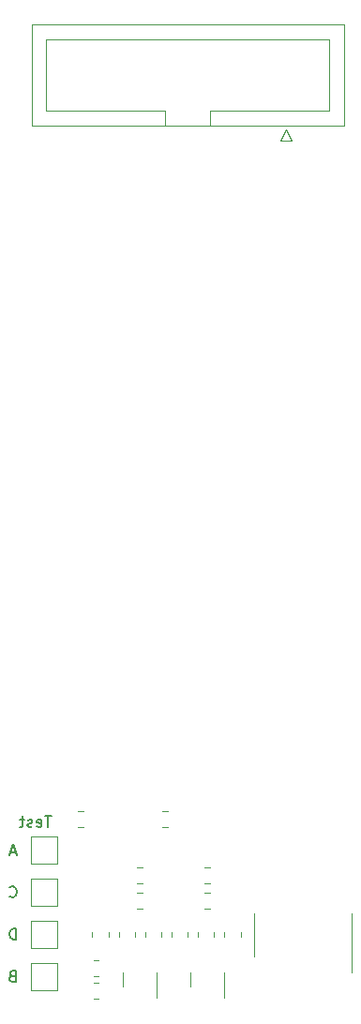
<source format=gbr>
%TF.GenerationSoftware,KiCad,Pcbnew,(6.0.0-0)*%
%TF.CreationDate,2022-11-10T22:51:00-05:00*%
%TF.ProjectId,VCA,5643412e-6b69-4636-9164-5f7063625858,rev?*%
%TF.SameCoordinates,Original*%
%TF.FileFunction,Legend,Bot*%
%TF.FilePolarity,Positive*%
%FSLAX46Y46*%
G04 Gerber Fmt 4.6, Leading zero omitted, Abs format (unit mm)*
G04 Created by KiCad (PCBNEW (6.0.0-0)) date 2022-11-10 22:51:00*
%MOMM*%
%LPD*%
G01*
G04 APERTURE LIST*
%ADD10C,0.150000*%
%ADD11C,0.120000*%
G04 APERTURE END LIST*
D10*
X106469143Y-131125571D02*
X106326286Y-131173190D01*
X106278667Y-131220809D01*
X106231048Y-131316047D01*
X106231048Y-131458904D01*
X106278667Y-131554142D01*
X106326286Y-131601761D01*
X106421524Y-131649380D01*
X106802476Y-131649380D01*
X106802476Y-130649380D01*
X106469143Y-130649380D01*
X106373905Y-130697000D01*
X106326286Y-130744619D01*
X106278667Y-130839857D01*
X106278667Y-130935095D01*
X106326286Y-131030333D01*
X106373905Y-131077952D01*
X106469143Y-131125571D01*
X106802476Y-131125571D01*
X106802476Y-127839380D02*
X106802476Y-126839380D01*
X106564381Y-126839380D01*
X106421524Y-126887000D01*
X106326286Y-126982238D01*
X106278667Y-127077476D01*
X106231048Y-127267952D01*
X106231048Y-127410809D01*
X106278667Y-127601285D01*
X106326286Y-127696523D01*
X106421524Y-127791761D01*
X106564381Y-127839380D01*
X106802476Y-127839380D01*
X106778667Y-119933666D02*
X106302476Y-119933666D01*
X106873905Y-120219380D02*
X106540572Y-119219380D01*
X106207238Y-120219380D01*
X109977333Y-116679380D02*
X109405905Y-116679380D01*
X109691619Y-117679380D02*
X109691619Y-116679380D01*
X108691619Y-117631761D02*
X108786857Y-117679380D01*
X108977333Y-117679380D01*
X109072572Y-117631761D01*
X109120191Y-117536523D01*
X109120191Y-117155571D01*
X109072572Y-117060333D01*
X108977333Y-117012714D01*
X108786857Y-117012714D01*
X108691619Y-117060333D01*
X108644000Y-117155571D01*
X108644000Y-117250809D01*
X109120191Y-117346047D01*
X108263048Y-117631761D02*
X108167810Y-117679380D01*
X107977333Y-117679380D01*
X107882095Y-117631761D01*
X107834476Y-117536523D01*
X107834476Y-117488904D01*
X107882095Y-117393666D01*
X107977333Y-117346047D01*
X108120191Y-117346047D01*
X108215429Y-117298428D01*
X108263048Y-117203190D01*
X108263048Y-117155571D01*
X108215429Y-117060333D01*
X108120191Y-117012714D01*
X107977333Y-117012714D01*
X107882095Y-117060333D01*
X107548762Y-117012714D02*
X107167810Y-117012714D01*
X107405905Y-116679380D02*
X107405905Y-117536523D01*
X107358286Y-117631761D01*
X107263048Y-117679380D01*
X107167810Y-117679380D01*
X106231048Y-123934142D02*
X106278667Y-123981761D01*
X106421524Y-124029380D01*
X106516762Y-124029380D01*
X106659619Y-123981761D01*
X106754857Y-123886523D01*
X106802476Y-123791285D01*
X106850095Y-123600809D01*
X106850095Y-123457952D01*
X106802476Y-123267476D01*
X106754857Y-123172238D01*
X106659619Y-123077000D01*
X106516762Y-123029380D01*
X106421524Y-123029380D01*
X106278667Y-123077000D01*
X106231048Y-123124619D01*
D11*
%TO.C,R1*%
X120029508Y-117708000D02*
X120483636Y-117708000D01*
X120029508Y-116238000D02*
X120483636Y-116238000D01*
%TO.C,R10*%
X113679572Y-127614064D02*
X113679572Y-127159936D01*
X115149572Y-127614064D02*
X115149572Y-127159936D01*
%TO.C,R7*%
X118454772Y-127159936D02*
X118454772Y-127614064D01*
X119924772Y-127159936D02*
X119924772Y-127614064D01*
%TO.C,TP2*%
X110534572Y-132397000D02*
X110534572Y-129997000D01*
X110534572Y-129997000D02*
X108134572Y-129997000D01*
X108134572Y-129997000D02*
X108134572Y-132397000D01*
X108134572Y-132397000D02*
X110534572Y-132397000D01*
%TO.C,J1*%
X124351000Y-54334500D02*
X124351000Y-53024500D01*
X135101000Y-46524500D02*
X109501000Y-46524500D01*
X136401000Y-45214500D02*
X108201000Y-45214500D01*
X108201000Y-45214500D02*
X108201000Y-54334500D01*
X109501000Y-46524500D02*
X109501000Y-53024500D01*
X135101000Y-53024500D02*
X135101000Y-46524500D01*
X131191000Y-54724500D02*
X131691000Y-55724500D01*
X109501000Y-53024500D02*
X120251000Y-53024500D01*
X124351000Y-53024500D02*
X135101000Y-53024500D01*
X120251000Y-53024500D02*
X120251000Y-54334500D01*
X130691000Y-55724500D02*
X131191000Y-54724500D01*
X108201000Y-54334500D02*
X136401000Y-54334500D01*
X136401000Y-54334500D02*
X136401000Y-45214500D01*
X131691000Y-55724500D02*
X130691000Y-55724500D01*
X120251000Y-53024500D02*
X120251000Y-53024500D01*
%TO.C,Q2*%
X119530572Y-131451000D02*
X119530572Y-130801000D01*
X116410572Y-131451000D02*
X116410572Y-130801000D01*
X119530572Y-131451000D02*
X119530572Y-133126000D01*
X116410572Y-131451000D02*
X116410572Y-132101000D01*
%TO.C,TP3*%
X108134572Y-122377000D02*
X108134572Y-124777000D01*
X108134572Y-124777000D02*
X110534572Y-124777000D01*
X110534572Y-124777000D02*
X110534572Y-122377000D01*
X110534572Y-122377000D02*
X108134572Y-122377000D01*
%TO.C,R6*%
X120842372Y-127159936D02*
X120842372Y-127614064D01*
X122312372Y-127159936D02*
X122312372Y-127614064D01*
%TO.C,R14*%
X114284136Y-129700000D02*
X113830008Y-129700000D01*
X114284136Y-131170000D02*
X113830008Y-131170000D01*
%TO.C,R11*%
X117743508Y-121318000D02*
X118197636Y-121318000D01*
X117743508Y-122788000D02*
X118197636Y-122788000D01*
%TO.C,R9*%
X117537172Y-127614064D02*
X117537172Y-127159936D01*
X116067172Y-127614064D02*
X116067172Y-127159936D01*
%TO.C,R3*%
X127087572Y-127614064D02*
X127087572Y-127159936D01*
X125617572Y-127614064D02*
X125617572Y-127159936D01*
%TO.C,R5*%
X124699972Y-127159936D02*
X124699972Y-127614064D01*
X123229972Y-127159936D02*
X123229972Y-127614064D01*
%TO.C,R8*%
X117743508Y-125074000D02*
X118197636Y-125074000D01*
X117743508Y-123604000D02*
X118197636Y-123604000D01*
%TO.C,R4*%
X124293636Y-123604000D02*
X123839508Y-123604000D01*
X124293636Y-125074000D02*
X123839508Y-125074000D01*
%TO.C,Q1*%
X122506572Y-131451000D02*
X122506572Y-132101000D01*
X125626572Y-131451000D02*
X125626572Y-133126000D01*
X125626572Y-131451000D02*
X125626572Y-130801000D01*
X122506572Y-131451000D02*
X122506572Y-130801000D01*
%TO.C,U1*%
X128267572Y-127387000D02*
X128267572Y-125437000D01*
X137137572Y-127387000D02*
X137137572Y-130837000D01*
X128267572Y-127387000D02*
X128267572Y-129337000D01*
X137137572Y-127387000D02*
X137137572Y-125437000D01*
%TO.C,R13*%
X113830008Y-131732000D02*
X114284136Y-131732000D01*
X113830008Y-133202000D02*
X114284136Y-133202000D01*
%TO.C,R2*%
X123839508Y-121318000D02*
X124293636Y-121318000D01*
X123839508Y-122788000D02*
X124293636Y-122788000D01*
%TO.C,TP4*%
X108134572Y-128587000D02*
X110534572Y-128587000D01*
X108134572Y-126187000D02*
X108134572Y-128587000D01*
X110534572Y-128587000D02*
X110534572Y-126187000D01*
X110534572Y-126187000D02*
X108134572Y-126187000D01*
%TO.C,R12*%
X112409508Y-117708000D02*
X112863636Y-117708000D01*
X112409508Y-116238000D02*
X112863636Y-116238000D01*
%TO.C,TP1*%
X108134572Y-118567000D02*
X108134572Y-120967000D01*
X108134572Y-120967000D02*
X110534572Y-120967000D01*
X110534572Y-118567000D02*
X108134572Y-118567000D01*
X110534572Y-120967000D02*
X110534572Y-118567000D01*
%TD*%
M02*

</source>
